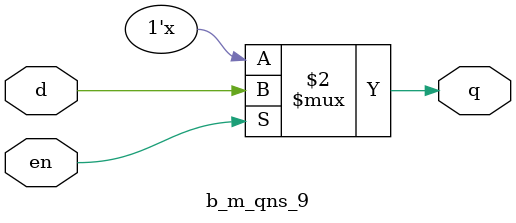
<source format=v>
`timescale 1ns / 1ps


module b_m_qns_9(
input d,en,
output reg q);
wire w1;
always@(d or en or q) begin
case(en)
1'b0:q=q;
1'b1:q=d;
endcase
end
endmodule

</source>
